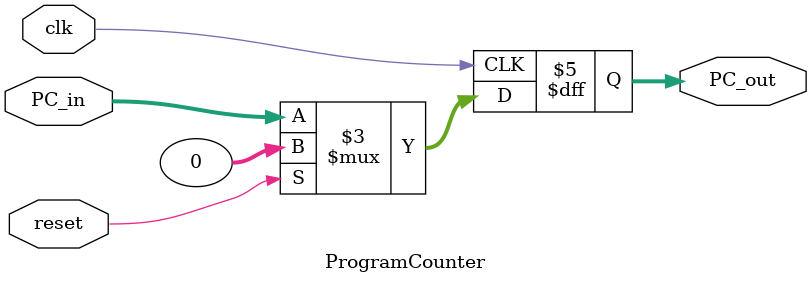
<source format=v>
`timescale 1ns / 1ps


module ProgramCounter(
	input reset,
	input clk,
	input [31:0] PC_in,
	output reg[31:0] PC_out
	);
	
	always @(posedge clk) begin
		if (reset)  PC_out<=32'b0;
		else PC_out<=PC_in;
	end
endmodule

</source>
